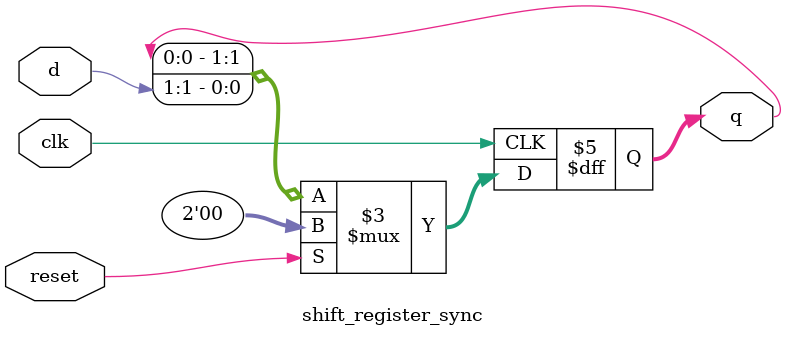
<source format=v>
module top_module (
    input clk,
    input reset,
    input [1:0] d,
    output [4:0] q
);

reg [2:0] shift_reg_async;
reg [1:0] shift_reg_sync;

// Asynchronous reset for the 3-bit shift register
always @(posedge clk, negedge reset) begin
    if (!reset) begin
        shift_reg_async <= 3'b0;
    end else begin
        shift_reg_async <= {shift_reg_async[1:0], d};
    end
end

// Synchronous reset for the 2-bit shift register
always @(posedge clk) begin
    if (reset) begin
        shift_reg_sync <= 2'b0;
    end else begin
        shift_reg_sync <= {shift_reg_sync[0], d[1]};
    end
end

// Functional module that combines the two shift registers
assign q = {shift_reg_async, shift_reg_sync};

endmodule

// Inputs and outputs for the two given modules
module shift_register_async (
    input clk,
    input reset,
    input d,
    output reg [2:0] q
);

// Asynchronous reset for the 3-bit shift register
always @(posedge clk, negedge reset) begin
    if (!reset) begin
        q <= 3'b0;
    end else begin
        q <= {q[1:0], d};
    end
end

endmodule

module shift_register_sync (
    input clk,
    input reset,
    input [1:0] d,
    output reg [1:0] q
);

// Synchronous reset for the 2-bit shift register
always @(posedge clk) begin
    if (reset) begin
        q <= 2'b0;
    end else begin
        q <= {q[0], d[1]};
    end
end

endmodule
</source>
